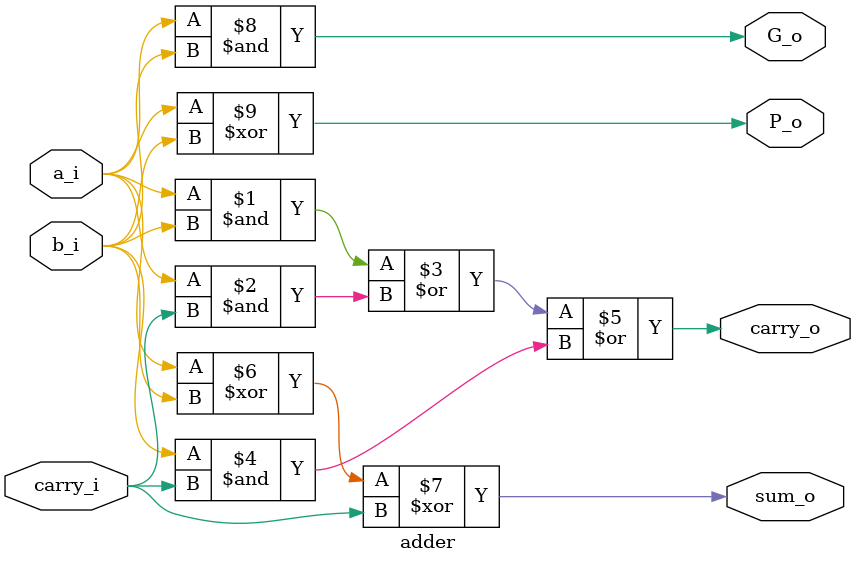
<source format=sv>
`timescale 1ns / 1ps


module adder(
    input  logic a_i,
    input  logic b_i,
    input  logic carry_i,
    
    output logic sum_o,
    output logic carry_o,
    
    output logic G_o,
    output logic P_o
    );
    assign carry_o = (a_i & b_i) | (a_i & carry_i) | (b_i & carry_i);
    assign sum_o   = a_i ^ b_i ^ carry_i;
    assign G_o     = a_i & b_i;
    assign P_o     = a_i ^ b_i;
endmodule

</source>
